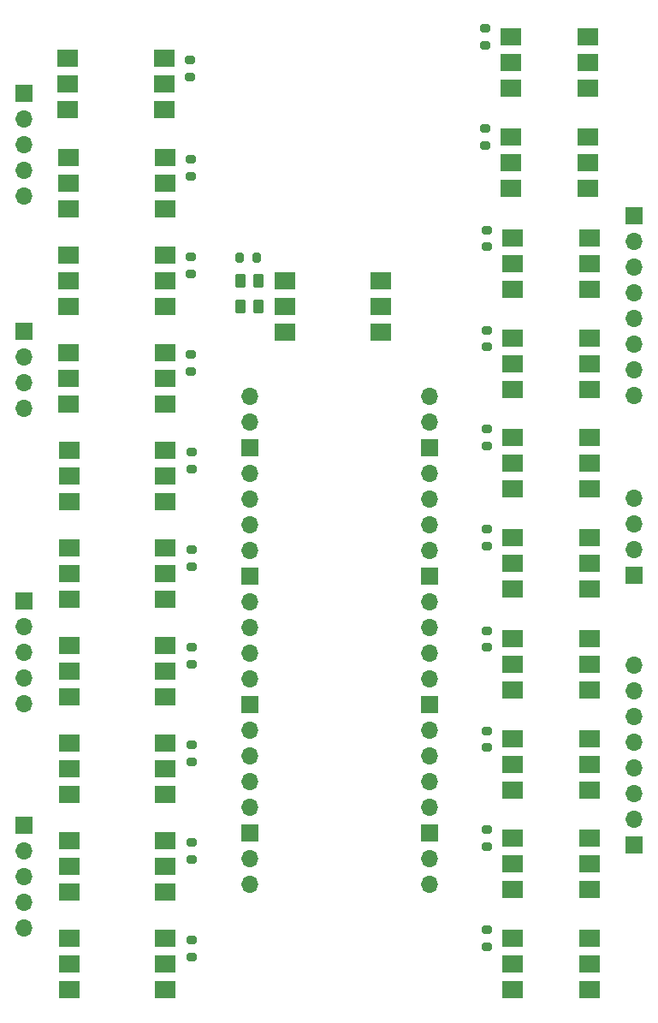
<source format=gts>
G04 #@! TF.GenerationSoftware,KiCad,Pcbnew,(6.0.0)*
G04 #@! TF.CreationDate,2022-08-19T14:16:46+02:00*
G04 #@! TF.ProjectId,top,746f702e-6b69-4636-9164-5f7063625858,rev?*
G04 #@! TF.SameCoordinates,Original*
G04 #@! TF.FileFunction,Soldermask,Top*
G04 #@! TF.FilePolarity,Negative*
%FSLAX46Y46*%
G04 Gerber Fmt 4.6, Leading zero omitted, Abs format (unit mm)*
G04 Created by KiCad (PCBNEW (6.0.0)) date 2022-08-19 14:16:46*
%MOMM*%
%LPD*%
G01*
G04 APERTURE LIST*
G04 Aperture macros list*
%AMRoundRect*
0 Rectangle with rounded corners*
0 $1 Rounding radius*
0 $2 $3 $4 $5 $6 $7 $8 $9 X,Y pos of 4 corners*
0 Add a 4 corners polygon primitive as box body*
4,1,4,$2,$3,$4,$5,$6,$7,$8,$9,$2,$3,0*
0 Add four circle primitives for the rounded corners*
1,1,$1+$1,$2,$3*
1,1,$1+$1,$4,$5*
1,1,$1+$1,$6,$7*
1,1,$1+$1,$8,$9*
0 Add four rect primitives between the rounded corners*
20,1,$1+$1,$2,$3,$4,$5,0*
20,1,$1+$1,$4,$5,$6,$7,0*
20,1,$1+$1,$6,$7,$8,$9,0*
20,1,$1+$1,$8,$9,$2,$3,0*%
G04 Aperture macros list end*
%ADD10R,2.000000X1.780000*%
%ADD11RoundRect,0.200000X0.275000X-0.200000X0.275000X0.200000X-0.275000X0.200000X-0.275000X-0.200000X0*%
%ADD12R,1.700000X1.700000*%
%ADD13O,1.700000X1.700000*%
%ADD14RoundRect,0.250000X-0.262500X-0.450000X0.262500X-0.450000X0.262500X0.450000X-0.262500X0.450000X0*%
%ADD15RoundRect,0.200000X0.200000X0.275000X-0.200000X0.275000X-0.200000X-0.275000X0.200000X-0.275000X0*%
G04 APERTURE END LIST*
D10*
X115570000Y-73660000D03*
X115570000Y-76200000D03*
X115570000Y-78740000D03*
X125100000Y-78740000D03*
X125100000Y-76200000D03*
X125100000Y-73660000D03*
X159361500Y-61976000D03*
X159361500Y-64516000D03*
X159361500Y-67056000D03*
X166981500Y-67056000D03*
X166981500Y-64516000D03*
X166981500Y-61976000D03*
X115570000Y-83312000D03*
X115570000Y-85852000D03*
X115570000Y-88392000D03*
X125100000Y-88392000D03*
X125100000Y-85852000D03*
X125100000Y-83312000D03*
X115570000Y-64008000D03*
X115570000Y-66548000D03*
X115570000Y-69088000D03*
X125100000Y-69088000D03*
X125100000Y-66548000D03*
X125100000Y-64008000D03*
D11*
X156972000Y-82716500D03*
X156972000Y-81066500D03*
D12*
X111188000Y-81188000D03*
D13*
X111188000Y-83728000D03*
X111188000Y-86268000D03*
X111188000Y-88808000D03*
D10*
X115631000Y-141224000D03*
X115631000Y-143764000D03*
X115631000Y-146304000D03*
X125161000Y-146304000D03*
X125161000Y-143764000D03*
X125161000Y-141224000D03*
X159512000Y-131318000D03*
X159512000Y-133858000D03*
X159512000Y-136398000D03*
X167132000Y-136398000D03*
X167132000Y-133858000D03*
X167132000Y-131318000D03*
D11*
X156821500Y-62801000D03*
X156821500Y-61151000D03*
D10*
X159512000Y-101600000D03*
X159512000Y-104140000D03*
X159512000Y-106680000D03*
X167132000Y-106680000D03*
X167132000Y-104140000D03*
X167132000Y-101600000D03*
D13*
X133504000Y-87630000D03*
X133504000Y-90170000D03*
D12*
X133504000Y-92710000D03*
D13*
X133504000Y-95250000D03*
X133504000Y-97790000D03*
X133504000Y-100330000D03*
X133504000Y-102870000D03*
D12*
X133504000Y-105410000D03*
D13*
X133504000Y-107950000D03*
X133504000Y-110490000D03*
X133504000Y-113030000D03*
X133504000Y-115570000D03*
D12*
X133504000Y-118110000D03*
D13*
X133504000Y-120650000D03*
X133504000Y-123190000D03*
X133504000Y-125730000D03*
X133504000Y-128270000D03*
D12*
X133504000Y-130810000D03*
D13*
X133504000Y-133350000D03*
X133504000Y-135890000D03*
X151284000Y-135890000D03*
X151284000Y-133350000D03*
D12*
X151284000Y-130810000D03*
D13*
X151284000Y-128270000D03*
X151284000Y-125730000D03*
X151284000Y-123190000D03*
X151284000Y-120650000D03*
D12*
X151284000Y-118110000D03*
D13*
X151284000Y-115570000D03*
X151284000Y-113030000D03*
X151284000Y-110490000D03*
X151284000Y-107950000D03*
D12*
X151284000Y-105410000D03*
D13*
X151284000Y-102870000D03*
X151284000Y-100330000D03*
X151284000Y-97790000D03*
X151284000Y-95250000D03*
D12*
X151284000Y-92710000D03*
D13*
X151284000Y-90170000D03*
X151284000Y-87630000D03*
D10*
X115631000Y-102616000D03*
X115631000Y-105156000D03*
X115631000Y-107696000D03*
X125161000Y-107696000D03*
X125161000Y-105156000D03*
X125161000Y-102616000D03*
D14*
X132541000Y-76200000D03*
X134366000Y-76200000D03*
D11*
X156821500Y-52895000D03*
X156821500Y-51245000D03*
X127701000Y-75501000D03*
X127701000Y-73851000D03*
D10*
X159512000Y-121515500D03*
X159512000Y-124055500D03*
X159512000Y-126595500D03*
X167132000Y-126595500D03*
X167132000Y-124055500D03*
X167132000Y-121515500D03*
D12*
X111188000Y-130083000D03*
D13*
X111188000Y-132623000D03*
X111188000Y-135163000D03*
X111188000Y-137703000D03*
X111188000Y-140243000D03*
D10*
X159361500Y-52070000D03*
X159361500Y-54610000D03*
X159361500Y-57150000D03*
X166981500Y-57150000D03*
X166981500Y-54610000D03*
X166981500Y-52070000D03*
X115631000Y-131572000D03*
X115631000Y-134112000D03*
X115631000Y-136652000D03*
X125161000Y-136652000D03*
X125161000Y-134112000D03*
X125161000Y-131572000D03*
D11*
X156972000Y-112434500D03*
X156972000Y-110784500D03*
D14*
X132541000Y-78740000D03*
X134366000Y-78740000D03*
D11*
X127762000Y-94805000D03*
X127762000Y-93155000D03*
X156972000Y-92519000D03*
X156972000Y-90869000D03*
D15*
X134175000Y-73914000D03*
X132525000Y-73914000D03*
D11*
X156972000Y-72810500D03*
X156972000Y-71160500D03*
D10*
X136967000Y-76200000D03*
X136967000Y-78740000D03*
X136967000Y-81280000D03*
X146497000Y-81280000D03*
X146497000Y-78740000D03*
X146497000Y-76200000D03*
D11*
X156972000Y-102425000D03*
X156972000Y-100775000D03*
D10*
X159512000Y-71985500D03*
X159512000Y-74525500D03*
X159512000Y-77065500D03*
X167132000Y-77065500D03*
X167132000Y-74525500D03*
X167132000Y-71985500D03*
D11*
X127701000Y-85153000D03*
X127701000Y-83503000D03*
X127701000Y-65849000D03*
X127701000Y-64199000D03*
X127762000Y-133413000D03*
X127762000Y-131763000D03*
X127603500Y-56038500D03*
X127603500Y-54388500D03*
D12*
X171513000Y-69758000D03*
D13*
X171513000Y-72298000D03*
X171513000Y-74838000D03*
X171513000Y-77378000D03*
X171513000Y-79918000D03*
X171513000Y-82458000D03*
X171513000Y-84998000D03*
X171513000Y-87538000D03*
D11*
X156972000Y-122340500D03*
X156972000Y-120690500D03*
D10*
X159512000Y-141224000D03*
X159512000Y-143764000D03*
X159512000Y-146304000D03*
X167132000Y-146304000D03*
X167132000Y-143764000D03*
X167132000Y-141224000D03*
D12*
X171513000Y-131973000D03*
D13*
X171513000Y-129433000D03*
X171513000Y-126893000D03*
X171513000Y-124353000D03*
X171513000Y-121813000D03*
X171513000Y-119273000D03*
X171513000Y-116733000D03*
X171513000Y-114193000D03*
D10*
X159512000Y-111609500D03*
X159512000Y-114149500D03*
X159512000Y-116689500D03*
X167132000Y-116689500D03*
X167132000Y-114149500D03*
X167132000Y-111609500D03*
X115631000Y-92964000D03*
X115631000Y-95504000D03*
X115631000Y-98044000D03*
X125161000Y-98044000D03*
X125161000Y-95504000D03*
X125161000Y-92964000D03*
D11*
X127762000Y-143065000D03*
X127762000Y-141415000D03*
D12*
X111188000Y-57693000D03*
D13*
X111188000Y-60233000D03*
X111188000Y-62773000D03*
X111188000Y-65313000D03*
X111188000Y-67853000D03*
D11*
X127762000Y-114109000D03*
X127762000Y-112459000D03*
D10*
X115472500Y-54197500D03*
X115472500Y-56737500D03*
X115472500Y-59277500D03*
X125002500Y-59277500D03*
X125002500Y-56737500D03*
X125002500Y-54197500D03*
X159512000Y-81891500D03*
X159512000Y-84431500D03*
X159512000Y-86971500D03*
X167132000Y-86971500D03*
X167132000Y-84431500D03*
X167132000Y-81891500D03*
D12*
X111188000Y-107858000D03*
D13*
X111188000Y-110398000D03*
X111188000Y-112938000D03*
X111188000Y-115478000D03*
X111188000Y-118018000D03*
D11*
X156972000Y-132143000D03*
X156972000Y-130493000D03*
X127762000Y-123761000D03*
X127762000Y-122111000D03*
D10*
X115631000Y-121920000D03*
X115631000Y-124460000D03*
X115631000Y-127000000D03*
X125161000Y-127000000D03*
X125161000Y-124460000D03*
X125161000Y-121920000D03*
D12*
X171513000Y-105308000D03*
D13*
X171513000Y-102768000D03*
X171513000Y-100228000D03*
X171513000Y-97688000D03*
D11*
X127762000Y-104457000D03*
X127762000Y-102807000D03*
D10*
X115631000Y-112268000D03*
X115631000Y-114808000D03*
X115631000Y-117348000D03*
X125161000Y-117348000D03*
X125161000Y-114808000D03*
X125161000Y-112268000D03*
D11*
X156972000Y-142049000D03*
X156972000Y-140399000D03*
D10*
X159512000Y-91694000D03*
X159512000Y-94234000D03*
X159512000Y-96774000D03*
X167132000Y-96774000D03*
X167132000Y-94234000D03*
X167132000Y-91694000D03*
M02*

</source>
